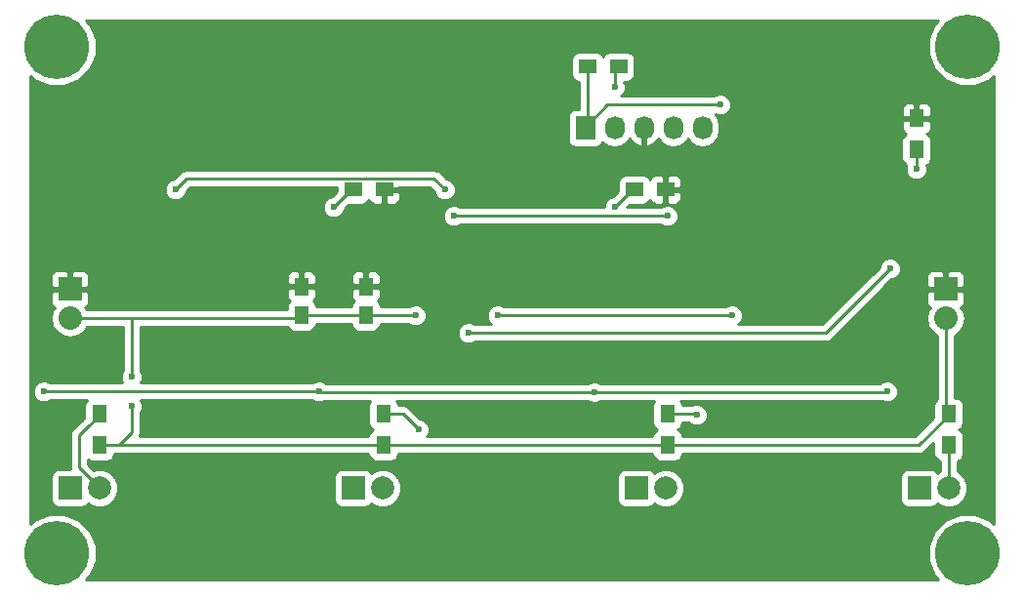
<source format=gbr>
G04 #@! TF.FileFunction,Copper,L2,Bot,Signal*
%FSLAX46Y46*%
G04 Gerber Fmt 4.6, Leading zero omitted, Abs format (unit mm)*
G04 Created by KiCad (PCBNEW 4.0.7) date Wednesday, July 11, 2018 'PMt' 04:07:28 PM*
%MOMM*%
%LPD*%
G01*
G04 APERTURE LIST*
%ADD10C,0.100000*%
%ADD11R,1.250000X1.500000*%
%ADD12R,2.000000X2.000000*%
%ADD13C,2.000000*%
%ADD14R,2.032000X2.032000*%
%ADD15O,2.032000X2.032000*%
%ADD16R,1.727200X2.032000*%
%ADD17O,1.727200X2.032000*%
%ADD18R,1.500000X1.300000*%
%ADD19R,1.300000X1.500000*%
%ADD20C,5.600000*%
%ADD21C,0.600000*%
%ADD22C,0.250000*%
%ADD23C,0.254000*%
G04 APERTURE END LIST*
D10*
D11*
X67310000Y-101326000D03*
X67310000Y-98826000D03*
X61722000Y-101326000D03*
X61722000Y-98826000D03*
D12*
X41656000Y-116332000D03*
D13*
X44196000Y-116332000D03*
D12*
X66209333Y-116332000D03*
D13*
X68749333Y-116332000D03*
D12*
X90762666Y-116332000D03*
D13*
X93302666Y-116332000D03*
D12*
X115315999Y-116332000D03*
D13*
X117855999Y-116332000D03*
D14*
X41656000Y-99060000D03*
D15*
X41656000Y-101600000D03*
D16*
X86360000Y-85090000D03*
D17*
X88900000Y-85090000D03*
X91440000Y-85090000D03*
X93980000Y-85090000D03*
X96520000Y-85090000D03*
D14*
X117602000Y-99060000D03*
D15*
X117602000Y-101600000D03*
D18*
X89234000Y-79756000D03*
X86534000Y-79756000D03*
D19*
X44196000Y-112602000D03*
X44196000Y-109902000D03*
X68834000Y-112602000D03*
X68834000Y-109902000D03*
X93472000Y-112602000D03*
X93472000Y-109902000D03*
X117856000Y-109902000D03*
X117856000Y-112602000D03*
D18*
X93298000Y-90424000D03*
X90598000Y-90424000D03*
X68914000Y-90424000D03*
X66214000Y-90424000D03*
D19*
X115062000Y-84248000D03*
X115062000Y-86948000D03*
D20*
X40500000Y-78000000D03*
X40500000Y-122000000D03*
X119500000Y-78000000D03*
X119500000Y-122000000D03*
D21*
X88900000Y-81534000D03*
X71628000Y-101346000D03*
X46990000Y-109220000D03*
X46990000Y-106680000D03*
X85344000Y-109982000D03*
X61722000Y-109728000D03*
X71882000Y-111252000D03*
X96012000Y-109982000D03*
X50800000Y-90424000D03*
X74168000Y-90424000D03*
X64516000Y-91948000D03*
X88900000Y-91948000D03*
X93472000Y-92710000D03*
X74930000Y-92710000D03*
X115062000Y-88646000D03*
X76200000Y-102870000D03*
X112776000Y-97282000D03*
X98044000Y-83058000D03*
X99060000Y-101346000D03*
X78740000Y-101346000D03*
X39370000Y-107950000D03*
X63246000Y-107950000D03*
X87122000Y-108016000D03*
X112522000Y-107950000D03*
D22*
X88900000Y-81534000D02*
X88900000Y-80090000D01*
X88900000Y-80090000D02*
X89234000Y-79756000D01*
X67310000Y-101326000D02*
X71608000Y-101326000D01*
X71608000Y-101326000D02*
X71628000Y-101346000D01*
X117602000Y-101600000D02*
X117602000Y-109648000D01*
X117602000Y-109648000D02*
X117856000Y-109902000D01*
X93472000Y-112602000D02*
X115256000Y-112602000D01*
X115256000Y-112602000D02*
X117856000Y-110002000D01*
X117856000Y-110002000D02*
X117856000Y-109902000D01*
X68834000Y-112602000D02*
X93472000Y-112602000D01*
X45894000Y-112602000D02*
X68834000Y-112602000D01*
X46990000Y-111506000D02*
X45894000Y-112602000D01*
X45894000Y-112602000D02*
X44196000Y-112602000D01*
X46990000Y-109220000D02*
X46990000Y-111506000D01*
X46990000Y-101600000D02*
X61448000Y-101600000D01*
X41656000Y-101600000D02*
X46990000Y-101600000D01*
X46990000Y-101600000D02*
X46990000Y-106680000D01*
X61722000Y-101326000D02*
X67310000Y-101326000D01*
X61448000Y-101600000D02*
X61722000Y-101326000D01*
X85344000Y-109982000D02*
X85344000Y-110406264D01*
X42418000Y-111760000D02*
X42418000Y-114554000D01*
X42418000Y-114554000D02*
X44196000Y-116332000D01*
X43180000Y-110998000D02*
X42418000Y-111760000D01*
X43200000Y-110998000D02*
X43180000Y-110998000D01*
X44196000Y-109902000D02*
X44196000Y-110002000D01*
X44196000Y-110002000D02*
X43200000Y-110998000D01*
X68834000Y-109902000D02*
X70532000Y-109902000D01*
X70532000Y-109902000D02*
X71882000Y-111252000D01*
X93472000Y-109902000D02*
X95932000Y-109902000D01*
X95932000Y-109902000D02*
X96012000Y-109982000D01*
X117856000Y-112602000D02*
X117855999Y-114917787D01*
X117855999Y-114917787D02*
X117855999Y-116332000D01*
X74168000Y-90424000D02*
X73192999Y-89448999D01*
X73192999Y-89448999D02*
X51775001Y-89448999D01*
X51775001Y-89448999D02*
X50800000Y-90424000D01*
X66214000Y-90424000D02*
X66040000Y-90424000D01*
X66040000Y-90424000D02*
X64516000Y-91948000D01*
X90598000Y-90424000D02*
X90424000Y-90424000D01*
X90424000Y-90424000D02*
X88900000Y-91948000D01*
X74930000Y-92710000D02*
X93472000Y-92710000D01*
X115062000Y-88646000D02*
X115062000Y-86948000D01*
X112776000Y-97282000D02*
X107188000Y-102870000D01*
X107188000Y-102870000D02*
X76200000Y-102870000D01*
X86534000Y-79756000D02*
X86534000Y-84916000D01*
X86534000Y-84916000D02*
X86360000Y-85090000D01*
X98044000Y-83058000D02*
X88239600Y-83058000D01*
X88239600Y-83058000D02*
X86360000Y-84937600D01*
X86360000Y-84937600D02*
X86360000Y-85090000D01*
X78740000Y-101346000D02*
X99060000Y-101346000D01*
X63246000Y-107950000D02*
X39370000Y-107950000D01*
X63312000Y-108016000D02*
X63246000Y-107950000D01*
X87122000Y-108016000D02*
X112456000Y-108016000D01*
X112456000Y-108016000D02*
X112522000Y-107950000D01*
X87122000Y-108016000D02*
X63312000Y-108016000D01*
D23*
G36*
X116589646Y-76051688D02*
X116065597Y-77313739D01*
X116064405Y-78680266D01*
X116586250Y-79943229D01*
X117551688Y-80910354D01*
X118813739Y-81434403D01*
X120180266Y-81435595D01*
X121443229Y-80913750D01*
X121790000Y-80567584D01*
X121790000Y-119431931D01*
X121448312Y-119089646D01*
X120186261Y-118565597D01*
X118819734Y-118564405D01*
X117556771Y-119086250D01*
X116589646Y-120051688D01*
X116065597Y-121313739D01*
X116064405Y-122680266D01*
X116586250Y-123943229D01*
X116932416Y-124290000D01*
X43068069Y-124290000D01*
X43410354Y-123948312D01*
X43934403Y-122686261D01*
X43935595Y-121319734D01*
X43413750Y-120056771D01*
X42448312Y-119089646D01*
X41186261Y-118565597D01*
X39819734Y-118564405D01*
X38556771Y-119086250D01*
X38210000Y-119432416D01*
X38210000Y-108135167D01*
X38434838Y-108135167D01*
X38576883Y-108478943D01*
X38839673Y-108742192D01*
X39183201Y-108884838D01*
X39555167Y-108885162D01*
X39898943Y-108743117D01*
X39932118Y-108710000D01*
X43079466Y-108710000D01*
X42949569Y-108900110D01*
X42898560Y-109152000D01*
X42898560Y-110224638D01*
X42702872Y-110420326D01*
X42642599Y-110460599D01*
X41880599Y-111222599D01*
X41715852Y-111469161D01*
X41658000Y-111760000D01*
X41658000Y-114554000D01*
X41683970Y-114684560D01*
X40656000Y-114684560D01*
X40420683Y-114728838D01*
X40204559Y-114867910D01*
X40059569Y-115080110D01*
X40008560Y-115332000D01*
X40008560Y-117332000D01*
X40052838Y-117567317D01*
X40191910Y-117783441D01*
X40404110Y-117928431D01*
X40656000Y-117979440D01*
X42656000Y-117979440D01*
X42891317Y-117935162D01*
X43107441Y-117796090D01*
X43204910Y-117653439D01*
X43268637Y-117717278D01*
X43869352Y-117966716D01*
X44519795Y-117967284D01*
X45120943Y-117718894D01*
X45581278Y-117259363D01*
X45830716Y-116658648D01*
X45831284Y-116008205D01*
X45582894Y-115407057D01*
X45507969Y-115332000D01*
X64561893Y-115332000D01*
X64561893Y-117332000D01*
X64606171Y-117567317D01*
X64745243Y-117783441D01*
X64957443Y-117928431D01*
X65209333Y-117979440D01*
X67209333Y-117979440D01*
X67444650Y-117935162D01*
X67660774Y-117796090D01*
X67758243Y-117653439D01*
X67821970Y-117717278D01*
X68422685Y-117966716D01*
X69073128Y-117967284D01*
X69674276Y-117718894D01*
X70134611Y-117259363D01*
X70384049Y-116658648D01*
X70384617Y-116008205D01*
X70136227Y-115407057D01*
X70061302Y-115332000D01*
X89115226Y-115332000D01*
X89115226Y-117332000D01*
X89159504Y-117567317D01*
X89298576Y-117783441D01*
X89510776Y-117928431D01*
X89762666Y-117979440D01*
X91762666Y-117979440D01*
X91997983Y-117935162D01*
X92214107Y-117796090D01*
X92311576Y-117653439D01*
X92375303Y-117717278D01*
X92976018Y-117966716D01*
X93626461Y-117967284D01*
X94227609Y-117718894D01*
X94687944Y-117259363D01*
X94937382Y-116658648D01*
X94937950Y-116008205D01*
X94689560Y-115407057D01*
X94230029Y-114946722D01*
X93629314Y-114697284D01*
X92978871Y-114696716D01*
X92377723Y-114945106D01*
X92311092Y-115011621D01*
X92226756Y-114880559D01*
X92014556Y-114735569D01*
X91762666Y-114684560D01*
X89762666Y-114684560D01*
X89527349Y-114728838D01*
X89311225Y-114867910D01*
X89166235Y-115080110D01*
X89115226Y-115332000D01*
X70061302Y-115332000D01*
X69676696Y-114946722D01*
X69075981Y-114697284D01*
X68425538Y-114696716D01*
X67824390Y-114945106D01*
X67757759Y-115011621D01*
X67673423Y-114880559D01*
X67461223Y-114735569D01*
X67209333Y-114684560D01*
X65209333Y-114684560D01*
X64974016Y-114728838D01*
X64757892Y-114867910D01*
X64612902Y-115080110D01*
X64561893Y-115332000D01*
X45507969Y-115332000D01*
X45123363Y-114946722D01*
X44522648Y-114697284D01*
X43872205Y-114696716D01*
X43704721Y-114765919D01*
X43178000Y-114239198D01*
X43178000Y-113869096D01*
X43294110Y-113948431D01*
X43546000Y-113999440D01*
X44846000Y-113999440D01*
X45081317Y-113955162D01*
X45297441Y-113816090D01*
X45442431Y-113603890D01*
X45491415Y-113362000D01*
X67538442Y-113362000D01*
X67580838Y-113587317D01*
X67719910Y-113803441D01*
X67932110Y-113948431D01*
X68184000Y-113999440D01*
X69484000Y-113999440D01*
X69719317Y-113955162D01*
X69935441Y-113816090D01*
X70080431Y-113603890D01*
X70129415Y-113362000D01*
X92176442Y-113362000D01*
X92218838Y-113587317D01*
X92357910Y-113803441D01*
X92570110Y-113948431D01*
X92822000Y-113999440D01*
X94122000Y-113999440D01*
X94357317Y-113955162D01*
X94573441Y-113816090D01*
X94718431Y-113603890D01*
X94767415Y-113362000D01*
X115256000Y-113362000D01*
X115546839Y-113304148D01*
X115793401Y-113139401D01*
X116558560Y-112374242D01*
X116558560Y-113352000D01*
X116602838Y-113587317D01*
X116741910Y-113803441D01*
X116954110Y-113948431D01*
X117095999Y-113977164D01*
X117095999Y-114876953D01*
X116931056Y-114945106D01*
X116864425Y-115011621D01*
X116780089Y-114880559D01*
X116567889Y-114735569D01*
X116315999Y-114684560D01*
X114315999Y-114684560D01*
X114080682Y-114728838D01*
X113864558Y-114867910D01*
X113719568Y-115080110D01*
X113668559Y-115332000D01*
X113668559Y-117332000D01*
X113712837Y-117567317D01*
X113851909Y-117783441D01*
X114064109Y-117928431D01*
X114315999Y-117979440D01*
X116315999Y-117979440D01*
X116551316Y-117935162D01*
X116767440Y-117796090D01*
X116864909Y-117653439D01*
X116928636Y-117717278D01*
X117529351Y-117966716D01*
X118179794Y-117967284D01*
X118780942Y-117718894D01*
X119241277Y-117259363D01*
X119490715Y-116658648D01*
X119491283Y-116008205D01*
X119242893Y-115407057D01*
X118783362Y-114946722D01*
X118615999Y-114877227D01*
X118615999Y-113978742D01*
X118741317Y-113955162D01*
X118957441Y-113816090D01*
X119102431Y-113603890D01*
X119153440Y-113352000D01*
X119153440Y-111852000D01*
X119109162Y-111616683D01*
X118970090Y-111400559D01*
X118757890Y-111255569D01*
X118744803Y-111252919D01*
X118957441Y-111116090D01*
X119102431Y-110903890D01*
X119153440Y-110652000D01*
X119153440Y-109152000D01*
X119109162Y-108916683D01*
X118970090Y-108700559D01*
X118757890Y-108555569D01*
X118506000Y-108504560D01*
X118362000Y-108504560D01*
X118362000Y-103061283D01*
X118801778Y-102767433D01*
X119159670Y-102231810D01*
X119285345Y-101600000D01*
X119159670Y-100968190D01*
X118935034Y-100631999D01*
X118977698Y-100614327D01*
X119156327Y-100435699D01*
X119253000Y-100202310D01*
X119253000Y-99345750D01*
X119094250Y-99187000D01*
X117729000Y-99187000D01*
X117729000Y-99207000D01*
X117475000Y-99207000D01*
X117475000Y-99187000D01*
X116109750Y-99187000D01*
X115951000Y-99345750D01*
X115951000Y-100202310D01*
X116047673Y-100435699D01*
X116226302Y-100614327D01*
X116268966Y-100631999D01*
X116044330Y-100968190D01*
X115918655Y-101600000D01*
X116044330Y-102231810D01*
X116402222Y-102767433D01*
X116842000Y-103061283D01*
X116842000Y-108631643D01*
X116754559Y-108687910D01*
X116609569Y-108900110D01*
X116558560Y-109152000D01*
X116558560Y-110224638D01*
X114941198Y-111842000D01*
X94767558Y-111842000D01*
X94725162Y-111616683D01*
X94586090Y-111400559D01*
X94373890Y-111255569D01*
X94360803Y-111252919D01*
X94573441Y-111116090D01*
X94718431Y-110903890D01*
X94767415Y-110662000D01*
X95369677Y-110662000D01*
X95481673Y-110774192D01*
X95825201Y-110916838D01*
X96197167Y-110917162D01*
X96540943Y-110775117D01*
X96804192Y-110512327D01*
X96946838Y-110168799D01*
X96947162Y-109796833D01*
X96805117Y-109453057D01*
X96542327Y-109189808D01*
X96198799Y-109047162D01*
X95826833Y-109046838D01*
X95596523Y-109142000D01*
X94767558Y-109142000D01*
X94725162Y-108916683D01*
X94634635Y-108776000D01*
X112073091Y-108776000D01*
X112335201Y-108884838D01*
X112707167Y-108885162D01*
X113050943Y-108743117D01*
X113314192Y-108480327D01*
X113456838Y-108136799D01*
X113457162Y-107764833D01*
X113315117Y-107421057D01*
X113052327Y-107157808D01*
X112708799Y-107015162D01*
X112336833Y-107014838D01*
X111993057Y-107156883D01*
X111893767Y-107256000D01*
X87684463Y-107256000D01*
X87652327Y-107223808D01*
X87308799Y-107081162D01*
X86936833Y-107080838D01*
X86593057Y-107222883D01*
X86559882Y-107256000D01*
X63874348Y-107256000D01*
X63776327Y-107157808D01*
X63432799Y-107015162D01*
X63060833Y-107014838D01*
X62717057Y-107156883D01*
X62683882Y-107190000D01*
X47790633Y-107190000D01*
X47924838Y-106866799D01*
X47925162Y-106494833D01*
X47783117Y-106151057D01*
X47750000Y-106117882D01*
X47750000Y-103055167D01*
X75264838Y-103055167D01*
X75406883Y-103398943D01*
X75669673Y-103662192D01*
X76013201Y-103804838D01*
X76385167Y-103805162D01*
X76728943Y-103663117D01*
X76762118Y-103630000D01*
X107188000Y-103630000D01*
X107478839Y-103572148D01*
X107725401Y-103407401D01*
X112915680Y-98217122D01*
X112961167Y-98217162D01*
X113304943Y-98075117D01*
X113462644Y-97917690D01*
X115951000Y-97917690D01*
X115951000Y-98774250D01*
X116109750Y-98933000D01*
X117475000Y-98933000D01*
X117475000Y-97567750D01*
X117729000Y-97567750D01*
X117729000Y-98933000D01*
X119094250Y-98933000D01*
X119253000Y-98774250D01*
X119253000Y-97917690D01*
X119156327Y-97684301D01*
X118977698Y-97505673D01*
X118744309Y-97409000D01*
X117887750Y-97409000D01*
X117729000Y-97567750D01*
X117475000Y-97567750D01*
X117316250Y-97409000D01*
X116459691Y-97409000D01*
X116226302Y-97505673D01*
X116047673Y-97684301D01*
X115951000Y-97917690D01*
X113462644Y-97917690D01*
X113568192Y-97812327D01*
X113710838Y-97468799D01*
X113711162Y-97096833D01*
X113569117Y-96753057D01*
X113306327Y-96489808D01*
X112962799Y-96347162D01*
X112590833Y-96346838D01*
X112247057Y-96488883D01*
X111983808Y-96751673D01*
X111841162Y-97095201D01*
X111841121Y-97142077D01*
X106873198Y-102110000D01*
X99618111Y-102110000D01*
X99852192Y-101876327D01*
X99994838Y-101532799D01*
X99995162Y-101160833D01*
X99853117Y-100817057D01*
X99590327Y-100553808D01*
X99246799Y-100411162D01*
X98874833Y-100410838D01*
X98531057Y-100552883D01*
X98497882Y-100586000D01*
X79302463Y-100586000D01*
X79270327Y-100553808D01*
X78926799Y-100411162D01*
X78554833Y-100410838D01*
X78211057Y-100552883D01*
X77947808Y-100815673D01*
X77805162Y-101159201D01*
X77804838Y-101531167D01*
X77946883Y-101874943D01*
X78181530Y-102110000D01*
X76762463Y-102110000D01*
X76730327Y-102077808D01*
X76386799Y-101935162D01*
X76014833Y-101934838D01*
X75671057Y-102076883D01*
X75407808Y-102339673D01*
X75265162Y-102683201D01*
X75264838Y-103055167D01*
X47750000Y-103055167D01*
X47750000Y-102360000D01*
X60525165Y-102360000D01*
X60632910Y-102527441D01*
X60845110Y-102672431D01*
X61097000Y-102723440D01*
X62347000Y-102723440D01*
X62582317Y-102679162D01*
X62798441Y-102540090D01*
X62943431Y-102327890D01*
X62992415Y-102086000D01*
X66039442Y-102086000D01*
X66081838Y-102311317D01*
X66220910Y-102527441D01*
X66433110Y-102672431D01*
X66685000Y-102723440D01*
X67935000Y-102723440D01*
X68170317Y-102679162D01*
X68386441Y-102540090D01*
X68531431Y-102327890D01*
X68580415Y-102086000D01*
X71045572Y-102086000D01*
X71097673Y-102138192D01*
X71441201Y-102280838D01*
X71813167Y-102281162D01*
X72156943Y-102139117D01*
X72420192Y-101876327D01*
X72562838Y-101532799D01*
X72563162Y-101160833D01*
X72421117Y-100817057D01*
X72158327Y-100553808D01*
X71814799Y-100411162D01*
X71442833Y-100410838D01*
X71099057Y-100552883D01*
X71085917Y-100566000D01*
X68580558Y-100566000D01*
X68538162Y-100340683D01*
X68399090Y-100124559D01*
X68330994Y-100078031D01*
X68473327Y-99935698D01*
X68570000Y-99702309D01*
X68570000Y-99111750D01*
X68411250Y-98953000D01*
X67437000Y-98953000D01*
X67437000Y-98973000D01*
X67183000Y-98973000D01*
X67183000Y-98953000D01*
X66208750Y-98953000D01*
X66050000Y-99111750D01*
X66050000Y-99702309D01*
X66146673Y-99935698D01*
X66287910Y-100076936D01*
X66233559Y-100111910D01*
X66088569Y-100324110D01*
X66039585Y-100566000D01*
X62992558Y-100566000D01*
X62950162Y-100340683D01*
X62811090Y-100124559D01*
X62742994Y-100078031D01*
X62885327Y-99935698D01*
X62982000Y-99702309D01*
X62982000Y-99111750D01*
X62823250Y-98953000D01*
X61849000Y-98953000D01*
X61849000Y-98973000D01*
X61595000Y-98973000D01*
X61595000Y-98953000D01*
X60620750Y-98953000D01*
X60462000Y-99111750D01*
X60462000Y-99702309D01*
X60558673Y-99935698D01*
X60699910Y-100076936D01*
X60645559Y-100111910D01*
X60500569Y-100324110D01*
X60449560Y-100576000D01*
X60449560Y-100840000D01*
X43128016Y-100840000D01*
X42989034Y-100631999D01*
X43031698Y-100614327D01*
X43210327Y-100435699D01*
X43307000Y-100202310D01*
X43307000Y-99345750D01*
X43148250Y-99187000D01*
X41783000Y-99187000D01*
X41783000Y-99207000D01*
X41529000Y-99207000D01*
X41529000Y-99187000D01*
X40163750Y-99187000D01*
X40005000Y-99345750D01*
X40005000Y-100202310D01*
X40101673Y-100435699D01*
X40280302Y-100614327D01*
X40322966Y-100631999D01*
X40098330Y-100968190D01*
X39972655Y-101600000D01*
X40098330Y-102231810D01*
X40456222Y-102767433D01*
X40991845Y-103125325D01*
X41623655Y-103251000D01*
X41688345Y-103251000D01*
X42320155Y-103125325D01*
X42855778Y-102767433D01*
X43128016Y-102360000D01*
X46230000Y-102360000D01*
X46230000Y-106117537D01*
X46197808Y-106149673D01*
X46055162Y-106493201D01*
X46054838Y-106865167D01*
X46189056Y-107190000D01*
X39932463Y-107190000D01*
X39900327Y-107157808D01*
X39556799Y-107015162D01*
X39184833Y-107014838D01*
X38841057Y-107156883D01*
X38577808Y-107419673D01*
X38435162Y-107763201D01*
X38434838Y-108135167D01*
X38210000Y-108135167D01*
X38210000Y-97917690D01*
X40005000Y-97917690D01*
X40005000Y-98774250D01*
X40163750Y-98933000D01*
X41529000Y-98933000D01*
X41529000Y-97567750D01*
X41783000Y-97567750D01*
X41783000Y-98933000D01*
X43148250Y-98933000D01*
X43307000Y-98774250D01*
X43307000Y-97949691D01*
X60462000Y-97949691D01*
X60462000Y-98540250D01*
X60620750Y-98699000D01*
X61595000Y-98699000D01*
X61595000Y-97599750D01*
X61849000Y-97599750D01*
X61849000Y-98699000D01*
X62823250Y-98699000D01*
X62982000Y-98540250D01*
X62982000Y-97949691D01*
X66050000Y-97949691D01*
X66050000Y-98540250D01*
X66208750Y-98699000D01*
X67183000Y-98699000D01*
X67183000Y-97599750D01*
X67437000Y-97599750D01*
X67437000Y-98699000D01*
X68411250Y-98699000D01*
X68570000Y-98540250D01*
X68570000Y-97949691D01*
X68473327Y-97716302D01*
X68294699Y-97537673D01*
X68061310Y-97441000D01*
X67595750Y-97441000D01*
X67437000Y-97599750D01*
X67183000Y-97599750D01*
X67024250Y-97441000D01*
X66558690Y-97441000D01*
X66325301Y-97537673D01*
X66146673Y-97716302D01*
X66050000Y-97949691D01*
X62982000Y-97949691D01*
X62885327Y-97716302D01*
X62706699Y-97537673D01*
X62473310Y-97441000D01*
X62007750Y-97441000D01*
X61849000Y-97599750D01*
X61595000Y-97599750D01*
X61436250Y-97441000D01*
X60970690Y-97441000D01*
X60737301Y-97537673D01*
X60558673Y-97716302D01*
X60462000Y-97949691D01*
X43307000Y-97949691D01*
X43307000Y-97917690D01*
X43210327Y-97684301D01*
X43031698Y-97505673D01*
X42798309Y-97409000D01*
X41941750Y-97409000D01*
X41783000Y-97567750D01*
X41529000Y-97567750D01*
X41370250Y-97409000D01*
X40513691Y-97409000D01*
X40280302Y-97505673D01*
X40101673Y-97684301D01*
X40005000Y-97917690D01*
X38210000Y-97917690D01*
X38210000Y-92895167D01*
X73994838Y-92895167D01*
X74136883Y-93238943D01*
X74399673Y-93502192D01*
X74743201Y-93644838D01*
X75115167Y-93645162D01*
X75458943Y-93503117D01*
X75492118Y-93470000D01*
X92909537Y-93470000D01*
X92941673Y-93502192D01*
X93285201Y-93644838D01*
X93657167Y-93645162D01*
X94000943Y-93503117D01*
X94264192Y-93240327D01*
X94406838Y-92896799D01*
X94407162Y-92524833D01*
X94265117Y-92181057D01*
X94002327Y-91917808D01*
X93658799Y-91775162D01*
X93286833Y-91774838D01*
X92943057Y-91916883D01*
X92909882Y-91950000D01*
X89972802Y-91950000D01*
X90201362Y-91721440D01*
X91348000Y-91721440D01*
X91583317Y-91677162D01*
X91799441Y-91538090D01*
X91944431Y-91325890D01*
X91951191Y-91292510D01*
X92009673Y-91433699D01*
X92188302Y-91612327D01*
X92421691Y-91709000D01*
X93012250Y-91709000D01*
X93171000Y-91550250D01*
X93171000Y-90551000D01*
X93425000Y-90551000D01*
X93425000Y-91550250D01*
X93583750Y-91709000D01*
X94174309Y-91709000D01*
X94407698Y-91612327D01*
X94586327Y-91433699D01*
X94683000Y-91200310D01*
X94683000Y-90709750D01*
X94524250Y-90551000D01*
X93425000Y-90551000D01*
X93171000Y-90551000D01*
X93151000Y-90551000D01*
X93151000Y-90297000D01*
X93171000Y-90297000D01*
X93171000Y-89297750D01*
X93425000Y-89297750D01*
X93425000Y-90297000D01*
X94524250Y-90297000D01*
X94683000Y-90138250D01*
X94683000Y-89647690D01*
X94586327Y-89414301D01*
X94407698Y-89235673D01*
X94174309Y-89139000D01*
X93583750Y-89139000D01*
X93425000Y-89297750D01*
X93171000Y-89297750D01*
X93012250Y-89139000D01*
X92421691Y-89139000D01*
X92188302Y-89235673D01*
X92009673Y-89414301D01*
X91953346Y-89550287D01*
X91951162Y-89538683D01*
X91812090Y-89322559D01*
X91599890Y-89177569D01*
X91348000Y-89126560D01*
X89848000Y-89126560D01*
X89612683Y-89170838D01*
X89396559Y-89309910D01*
X89251569Y-89522110D01*
X89200560Y-89774000D01*
X89200560Y-90572638D01*
X88760320Y-91012878D01*
X88714833Y-91012838D01*
X88371057Y-91154883D01*
X88107808Y-91417673D01*
X87965162Y-91761201D01*
X87964998Y-91950000D01*
X75492463Y-91950000D01*
X75460327Y-91917808D01*
X75116799Y-91775162D01*
X74744833Y-91774838D01*
X74401057Y-91916883D01*
X74137808Y-92179673D01*
X73995162Y-92523201D01*
X73994838Y-92895167D01*
X38210000Y-92895167D01*
X38210000Y-90609167D01*
X49864838Y-90609167D01*
X50006883Y-90952943D01*
X50269673Y-91216192D01*
X50613201Y-91358838D01*
X50985167Y-91359162D01*
X51328943Y-91217117D01*
X51592192Y-90954327D01*
X51734838Y-90610799D01*
X51734879Y-90563923D01*
X52089803Y-90208999D01*
X64816560Y-90208999D01*
X64816560Y-90572638D01*
X64376320Y-91012878D01*
X64330833Y-91012838D01*
X63987057Y-91154883D01*
X63723808Y-91417673D01*
X63581162Y-91761201D01*
X63580838Y-92133167D01*
X63722883Y-92476943D01*
X63985673Y-92740192D01*
X64329201Y-92882838D01*
X64701167Y-92883162D01*
X65044943Y-92741117D01*
X65308192Y-92478327D01*
X65450838Y-92134799D01*
X65450879Y-92087923D01*
X65817362Y-91721440D01*
X66964000Y-91721440D01*
X67199317Y-91677162D01*
X67415441Y-91538090D01*
X67560431Y-91325890D01*
X67567191Y-91292510D01*
X67625673Y-91433699D01*
X67804302Y-91612327D01*
X68037691Y-91709000D01*
X68628250Y-91709000D01*
X68787000Y-91550250D01*
X68787000Y-90551000D01*
X69041000Y-90551000D01*
X69041000Y-91550250D01*
X69199750Y-91709000D01*
X69790309Y-91709000D01*
X70023698Y-91612327D01*
X70202327Y-91433699D01*
X70299000Y-91200310D01*
X70299000Y-90709750D01*
X70140250Y-90551000D01*
X69041000Y-90551000D01*
X68787000Y-90551000D01*
X68767000Y-90551000D01*
X68767000Y-90297000D01*
X68787000Y-90297000D01*
X68787000Y-90277000D01*
X69041000Y-90277000D01*
X69041000Y-90297000D01*
X70140250Y-90297000D01*
X70228251Y-90208999D01*
X72878197Y-90208999D01*
X73232878Y-90563680D01*
X73232838Y-90609167D01*
X73374883Y-90952943D01*
X73637673Y-91216192D01*
X73981201Y-91358838D01*
X74353167Y-91359162D01*
X74696943Y-91217117D01*
X74960192Y-90954327D01*
X75102838Y-90610799D01*
X75103162Y-90238833D01*
X74961117Y-89895057D01*
X74698327Y-89631808D01*
X74354799Y-89489162D01*
X74307923Y-89489121D01*
X73730400Y-88911598D01*
X73483838Y-88746851D01*
X73192999Y-88688999D01*
X51775001Y-88688999D01*
X51484162Y-88746851D01*
X51237600Y-88911598D01*
X50660320Y-89488878D01*
X50614833Y-89488838D01*
X50271057Y-89630883D01*
X50007808Y-89893673D01*
X49865162Y-90237201D01*
X49864838Y-90609167D01*
X38210000Y-90609167D01*
X38210000Y-84074000D01*
X84848960Y-84074000D01*
X84848960Y-86106000D01*
X84893238Y-86341317D01*
X85032310Y-86557441D01*
X85244510Y-86702431D01*
X85496400Y-86753440D01*
X87223600Y-86753440D01*
X87458917Y-86709162D01*
X87675041Y-86570090D01*
X87820031Y-86357890D01*
X87828400Y-86316561D01*
X87840330Y-86334415D01*
X88326511Y-86659271D01*
X88900000Y-86773345D01*
X89473489Y-86659271D01*
X89959670Y-86334415D01*
X90166461Y-86024931D01*
X90537964Y-86440732D01*
X91065209Y-86694709D01*
X91080974Y-86697358D01*
X91313000Y-86576217D01*
X91313000Y-85217000D01*
X91293000Y-85217000D01*
X91293000Y-84963000D01*
X91313000Y-84963000D01*
X91313000Y-84943000D01*
X91567000Y-84943000D01*
X91567000Y-84963000D01*
X91587000Y-84963000D01*
X91587000Y-85217000D01*
X91567000Y-85217000D01*
X91567000Y-86576217D01*
X91799026Y-86697358D01*
X91814791Y-86694709D01*
X92342036Y-86440732D01*
X92713539Y-86024931D01*
X92920330Y-86334415D01*
X93406511Y-86659271D01*
X93980000Y-86773345D01*
X94553489Y-86659271D01*
X95039670Y-86334415D01*
X95250000Y-86019634D01*
X95460330Y-86334415D01*
X95946511Y-86659271D01*
X96520000Y-86773345D01*
X97093489Y-86659271D01*
X97579670Y-86334415D01*
X97670819Y-86198000D01*
X113764560Y-86198000D01*
X113764560Y-87698000D01*
X113808838Y-87933317D01*
X113947910Y-88149441D01*
X114160110Y-88294431D01*
X114192830Y-88301057D01*
X114127162Y-88459201D01*
X114126838Y-88831167D01*
X114268883Y-89174943D01*
X114531673Y-89438192D01*
X114875201Y-89580838D01*
X115247167Y-89581162D01*
X115590943Y-89439117D01*
X115854192Y-89176327D01*
X115996838Y-88832799D01*
X115997162Y-88460833D01*
X115932351Y-88303978D01*
X115947317Y-88301162D01*
X116163441Y-88162090D01*
X116308431Y-87949890D01*
X116359440Y-87698000D01*
X116359440Y-86198000D01*
X116315162Y-85962683D01*
X116176090Y-85746559D01*
X115963890Y-85601569D01*
X115930510Y-85594809D01*
X116071699Y-85536327D01*
X116250327Y-85357698D01*
X116347000Y-85124309D01*
X116347000Y-84533750D01*
X116188250Y-84375000D01*
X115189000Y-84375000D01*
X115189000Y-84395000D01*
X114935000Y-84395000D01*
X114935000Y-84375000D01*
X113935750Y-84375000D01*
X113777000Y-84533750D01*
X113777000Y-85124309D01*
X113873673Y-85357698D01*
X114052301Y-85536327D01*
X114188287Y-85592654D01*
X114176683Y-85594838D01*
X113960559Y-85733910D01*
X113815569Y-85946110D01*
X113764560Y-86198000D01*
X97670819Y-86198000D01*
X97904526Y-85848234D01*
X98018600Y-85274745D01*
X98018600Y-84905255D01*
X97904526Y-84331766D01*
X97609273Y-83889889D01*
X97857201Y-83992838D01*
X98229167Y-83993162D01*
X98572943Y-83851117D01*
X98836192Y-83588327D01*
X98926147Y-83371691D01*
X113777000Y-83371691D01*
X113777000Y-83962250D01*
X113935750Y-84121000D01*
X114935000Y-84121000D01*
X114935000Y-83021750D01*
X115189000Y-83021750D01*
X115189000Y-84121000D01*
X116188250Y-84121000D01*
X116347000Y-83962250D01*
X116347000Y-83371691D01*
X116250327Y-83138302D01*
X116071699Y-82959673D01*
X115838310Y-82863000D01*
X115347750Y-82863000D01*
X115189000Y-83021750D01*
X114935000Y-83021750D01*
X114776250Y-82863000D01*
X114285690Y-82863000D01*
X114052301Y-82959673D01*
X113873673Y-83138302D01*
X113777000Y-83371691D01*
X98926147Y-83371691D01*
X98978838Y-83244799D01*
X98979162Y-82872833D01*
X98837117Y-82529057D01*
X98574327Y-82265808D01*
X98230799Y-82123162D01*
X97858833Y-82122838D01*
X97515057Y-82264883D01*
X97481882Y-82298000D01*
X89458111Y-82298000D01*
X89692192Y-82064327D01*
X89834838Y-81720799D01*
X89835162Y-81348833D01*
X89713108Y-81053440D01*
X89984000Y-81053440D01*
X90219317Y-81009162D01*
X90435441Y-80870090D01*
X90580431Y-80657890D01*
X90631440Y-80406000D01*
X90631440Y-79106000D01*
X90587162Y-78870683D01*
X90448090Y-78654559D01*
X90235890Y-78509569D01*
X89984000Y-78458560D01*
X88484000Y-78458560D01*
X88248683Y-78502838D01*
X88032559Y-78641910D01*
X87887569Y-78854110D01*
X87884919Y-78867197D01*
X87748090Y-78654559D01*
X87535890Y-78509569D01*
X87284000Y-78458560D01*
X85784000Y-78458560D01*
X85548683Y-78502838D01*
X85332559Y-78641910D01*
X85187569Y-78854110D01*
X85136560Y-79106000D01*
X85136560Y-80406000D01*
X85180838Y-80641317D01*
X85319910Y-80857441D01*
X85532110Y-81002431D01*
X85774000Y-81051415D01*
X85774000Y-83426560D01*
X85496400Y-83426560D01*
X85261083Y-83470838D01*
X85044959Y-83609910D01*
X84899969Y-83822110D01*
X84848960Y-84074000D01*
X38210000Y-84074000D01*
X38210000Y-80568069D01*
X38551688Y-80910354D01*
X39813739Y-81434403D01*
X41180266Y-81435595D01*
X42443229Y-80913750D01*
X43410354Y-79948312D01*
X43934403Y-78686261D01*
X43935595Y-77319734D01*
X43413750Y-76056771D01*
X43067584Y-75710000D01*
X116931931Y-75710000D01*
X116589646Y-76051688D01*
X116589646Y-76051688D01*
G37*
X116589646Y-76051688D02*
X116065597Y-77313739D01*
X116064405Y-78680266D01*
X116586250Y-79943229D01*
X117551688Y-80910354D01*
X118813739Y-81434403D01*
X120180266Y-81435595D01*
X121443229Y-80913750D01*
X121790000Y-80567584D01*
X121790000Y-119431931D01*
X121448312Y-119089646D01*
X120186261Y-118565597D01*
X118819734Y-118564405D01*
X117556771Y-119086250D01*
X116589646Y-120051688D01*
X116065597Y-121313739D01*
X116064405Y-122680266D01*
X116586250Y-123943229D01*
X116932416Y-124290000D01*
X43068069Y-124290000D01*
X43410354Y-123948312D01*
X43934403Y-122686261D01*
X43935595Y-121319734D01*
X43413750Y-120056771D01*
X42448312Y-119089646D01*
X41186261Y-118565597D01*
X39819734Y-118564405D01*
X38556771Y-119086250D01*
X38210000Y-119432416D01*
X38210000Y-108135167D01*
X38434838Y-108135167D01*
X38576883Y-108478943D01*
X38839673Y-108742192D01*
X39183201Y-108884838D01*
X39555167Y-108885162D01*
X39898943Y-108743117D01*
X39932118Y-108710000D01*
X43079466Y-108710000D01*
X42949569Y-108900110D01*
X42898560Y-109152000D01*
X42898560Y-110224638D01*
X42702872Y-110420326D01*
X42642599Y-110460599D01*
X41880599Y-111222599D01*
X41715852Y-111469161D01*
X41658000Y-111760000D01*
X41658000Y-114554000D01*
X41683970Y-114684560D01*
X40656000Y-114684560D01*
X40420683Y-114728838D01*
X40204559Y-114867910D01*
X40059569Y-115080110D01*
X40008560Y-115332000D01*
X40008560Y-117332000D01*
X40052838Y-117567317D01*
X40191910Y-117783441D01*
X40404110Y-117928431D01*
X40656000Y-117979440D01*
X42656000Y-117979440D01*
X42891317Y-117935162D01*
X43107441Y-117796090D01*
X43204910Y-117653439D01*
X43268637Y-117717278D01*
X43869352Y-117966716D01*
X44519795Y-117967284D01*
X45120943Y-117718894D01*
X45581278Y-117259363D01*
X45830716Y-116658648D01*
X45831284Y-116008205D01*
X45582894Y-115407057D01*
X45507969Y-115332000D01*
X64561893Y-115332000D01*
X64561893Y-117332000D01*
X64606171Y-117567317D01*
X64745243Y-117783441D01*
X64957443Y-117928431D01*
X65209333Y-117979440D01*
X67209333Y-117979440D01*
X67444650Y-117935162D01*
X67660774Y-117796090D01*
X67758243Y-117653439D01*
X67821970Y-117717278D01*
X68422685Y-117966716D01*
X69073128Y-117967284D01*
X69674276Y-117718894D01*
X70134611Y-117259363D01*
X70384049Y-116658648D01*
X70384617Y-116008205D01*
X70136227Y-115407057D01*
X70061302Y-115332000D01*
X89115226Y-115332000D01*
X89115226Y-117332000D01*
X89159504Y-117567317D01*
X89298576Y-117783441D01*
X89510776Y-117928431D01*
X89762666Y-117979440D01*
X91762666Y-117979440D01*
X91997983Y-117935162D01*
X92214107Y-117796090D01*
X92311576Y-117653439D01*
X92375303Y-117717278D01*
X92976018Y-117966716D01*
X93626461Y-117967284D01*
X94227609Y-117718894D01*
X94687944Y-117259363D01*
X94937382Y-116658648D01*
X94937950Y-116008205D01*
X94689560Y-115407057D01*
X94230029Y-114946722D01*
X93629314Y-114697284D01*
X92978871Y-114696716D01*
X92377723Y-114945106D01*
X92311092Y-115011621D01*
X92226756Y-114880559D01*
X92014556Y-114735569D01*
X91762666Y-114684560D01*
X89762666Y-114684560D01*
X89527349Y-114728838D01*
X89311225Y-114867910D01*
X89166235Y-115080110D01*
X89115226Y-115332000D01*
X70061302Y-115332000D01*
X69676696Y-114946722D01*
X69075981Y-114697284D01*
X68425538Y-114696716D01*
X67824390Y-114945106D01*
X67757759Y-115011621D01*
X67673423Y-114880559D01*
X67461223Y-114735569D01*
X67209333Y-114684560D01*
X65209333Y-114684560D01*
X64974016Y-114728838D01*
X64757892Y-114867910D01*
X64612902Y-115080110D01*
X64561893Y-115332000D01*
X45507969Y-115332000D01*
X45123363Y-114946722D01*
X44522648Y-114697284D01*
X43872205Y-114696716D01*
X43704721Y-114765919D01*
X43178000Y-114239198D01*
X43178000Y-113869096D01*
X43294110Y-113948431D01*
X43546000Y-113999440D01*
X44846000Y-113999440D01*
X45081317Y-113955162D01*
X45297441Y-113816090D01*
X45442431Y-113603890D01*
X45491415Y-113362000D01*
X67538442Y-113362000D01*
X67580838Y-113587317D01*
X67719910Y-113803441D01*
X67932110Y-113948431D01*
X68184000Y-113999440D01*
X69484000Y-113999440D01*
X69719317Y-113955162D01*
X69935441Y-113816090D01*
X70080431Y-113603890D01*
X70129415Y-113362000D01*
X92176442Y-113362000D01*
X92218838Y-113587317D01*
X92357910Y-113803441D01*
X92570110Y-113948431D01*
X92822000Y-113999440D01*
X94122000Y-113999440D01*
X94357317Y-113955162D01*
X94573441Y-113816090D01*
X94718431Y-113603890D01*
X94767415Y-113362000D01*
X115256000Y-113362000D01*
X115546839Y-113304148D01*
X115793401Y-113139401D01*
X116558560Y-112374242D01*
X116558560Y-113352000D01*
X116602838Y-113587317D01*
X116741910Y-113803441D01*
X116954110Y-113948431D01*
X117095999Y-113977164D01*
X117095999Y-114876953D01*
X116931056Y-114945106D01*
X116864425Y-115011621D01*
X116780089Y-114880559D01*
X116567889Y-114735569D01*
X116315999Y-114684560D01*
X114315999Y-114684560D01*
X114080682Y-114728838D01*
X113864558Y-114867910D01*
X113719568Y-115080110D01*
X113668559Y-115332000D01*
X113668559Y-117332000D01*
X113712837Y-117567317D01*
X113851909Y-117783441D01*
X114064109Y-117928431D01*
X114315999Y-117979440D01*
X116315999Y-117979440D01*
X116551316Y-117935162D01*
X116767440Y-117796090D01*
X116864909Y-117653439D01*
X116928636Y-117717278D01*
X117529351Y-117966716D01*
X118179794Y-117967284D01*
X118780942Y-117718894D01*
X119241277Y-117259363D01*
X119490715Y-116658648D01*
X119491283Y-116008205D01*
X119242893Y-115407057D01*
X118783362Y-114946722D01*
X118615999Y-114877227D01*
X118615999Y-113978742D01*
X118741317Y-113955162D01*
X118957441Y-113816090D01*
X119102431Y-113603890D01*
X119153440Y-113352000D01*
X119153440Y-111852000D01*
X119109162Y-111616683D01*
X118970090Y-111400559D01*
X118757890Y-111255569D01*
X118744803Y-111252919D01*
X118957441Y-111116090D01*
X119102431Y-110903890D01*
X119153440Y-110652000D01*
X119153440Y-109152000D01*
X119109162Y-108916683D01*
X118970090Y-108700559D01*
X118757890Y-108555569D01*
X118506000Y-108504560D01*
X118362000Y-108504560D01*
X118362000Y-103061283D01*
X118801778Y-102767433D01*
X119159670Y-102231810D01*
X119285345Y-101600000D01*
X119159670Y-100968190D01*
X118935034Y-100631999D01*
X118977698Y-100614327D01*
X119156327Y-100435699D01*
X119253000Y-100202310D01*
X119253000Y-99345750D01*
X119094250Y-99187000D01*
X117729000Y-99187000D01*
X117729000Y-99207000D01*
X117475000Y-99207000D01*
X117475000Y-99187000D01*
X116109750Y-99187000D01*
X115951000Y-99345750D01*
X115951000Y-100202310D01*
X116047673Y-100435699D01*
X116226302Y-100614327D01*
X116268966Y-100631999D01*
X116044330Y-100968190D01*
X115918655Y-101600000D01*
X116044330Y-102231810D01*
X116402222Y-102767433D01*
X116842000Y-103061283D01*
X116842000Y-108631643D01*
X116754559Y-108687910D01*
X116609569Y-108900110D01*
X116558560Y-109152000D01*
X116558560Y-110224638D01*
X114941198Y-111842000D01*
X94767558Y-111842000D01*
X94725162Y-111616683D01*
X94586090Y-111400559D01*
X94373890Y-111255569D01*
X94360803Y-111252919D01*
X94573441Y-111116090D01*
X94718431Y-110903890D01*
X94767415Y-110662000D01*
X95369677Y-110662000D01*
X95481673Y-110774192D01*
X95825201Y-110916838D01*
X96197167Y-110917162D01*
X96540943Y-110775117D01*
X96804192Y-110512327D01*
X96946838Y-110168799D01*
X96947162Y-109796833D01*
X96805117Y-109453057D01*
X96542327Y-109189808D01*
X96198799Y-109047162D01*
X95826833Y-109046838D01*
X95596523Y-109142000D01*
X94767558Y-109142000D01*
X94725162Y-108916683D01*
X94634635Y-108776000D01*
X112073091Y-108776000D01*
X112335201Y-108884838D01*
X112707167Y-108885162D01*
X113050943Y-108743117D01*
X113314192Y-108480327D01*
X113456838Y-108136799D01*
X113457162Y-107764833D01*
X113315117Y-107421057D01*
X113052327Y-107157808D01*
X112708799Y-107015162D01*
X112336833Y-107014838D01*
X111993057Y-107156883D01*
X111893767Y-107256000D01*
X87684463Y-107256000D01*
X87652327Y-107223808D01*
X87308799Y-107081162D01*
X86936833Y-107080838D01*
X86593057Y-107222883D01*
X86559882Y-107256000D01*
X63874348Y-107256000D01*
X63776327Y-107157808D01*
X63432799Y-107015162D01*
X63060833Y-107014838D01*
X62717057Y-107156883D01*
X62683882Y-107190000D01*
X47790633Y-107190000D01*
X47924838Y-106866799D01*
X47925162Y-106494833D01*
X47783117Y-106151057D01*
X47750000Y-106117882D01*
X47750000Y-103055167D01*
X75264838Y-103055167D01*
X75406883Y-103398943D01*
X75669673Y-103662192D01*
X76013201Y-103804838D01*
X76385167Y-103805162D01*
X76728943Y-103663117D01*
X76762118Y-103630000D01*
X107188000Y-103630000D01*
X107478839Y-103572148D01*
X107725401Y-103407401D01*
X112915680Y-98217122D01*
X112961167Y-98217162D01*
X113304943Y-98075117D01*
X113462644Y-97917690D01*
X115951000Y-97917690D01*
X115951000Y-98774250D01*
X116109750Y-98933000D01*
X117475000Y-98933000D01*
X117475000Y-97567750D01*
X117729000Y-97567750D01*
X117729000Y-98933000D01*
X119094250Y-98933000D01*
X119253000Y-98774250D01*
X119253000Y-97917690D01*
X119156327Y-97684301D01*
X118977698Y-97505673D01*
X118744309Y-97409000D01*
X117887750Y-97409000D01*
X117729000Y-97567750D01*
X117475000Y-97567750D01*
X117316250Y-97409000D01*
X116459691Y-97409000D01*
X116226302Y-97505673D01*
X116047673Y-97684301D01*
X115951000Y-97917690D01*
X113462644Y-97917690D01*
X113568192Y-97812327D01*
X113710838Y-97468799D01*
X113711162Y-97096833D01*
X113569117Y-96753057D01*
X113306327Y-96489808D01*
X112962799Y-96347162D01*
X112590833Y-96346838D01*
X112247057Y-96488883D01*
X111983808Y-96751673D01*
X111841162Y-97095201D01*
X111841121Y-97142077D01*
X106873198Y-102110000D01*
X99618111Y-102110000D01*
X99852192Y-101876327D01*
X99994838Y-101532799D01*
X99995162Y-101160833D01*
X99853117Y-100817057D01*
X99590327Y-100553808D01*
X99246799Y-100411162D01*
X98874833Y-100410838D01*
X98531057Y-100552883D01*
X98497882Y-100586000D01*
X79302463Y-100586000D01*
X79270327Y-100553808D01*
X78926799Y-100411162D01*
X78554833Y-100410838D01*
X78211057Y-100552883D01*
X77947808Y-100815673D01*
X77805162Y-101159201D01*
X77804838Y-101531167D01*
X77946883Y-101874943D01*
X78181530Y-102110000D01*
X76762463Y-102110000D01*
X76730327Y-102077808D01*
X76386799Y-101935162D01*
X76014833Y-101934838D01*
X75671057Y-102076883D01*
X75407808Y-102339673D01*
X75265162Y-102683201D01*
X75264838Y-103055167D01*
X47750000Y-103055167D01*
X47750000Y-102360000D01*
X60525165Y-102360000D01*
X60632910Y-102527441D01*
X60845110Y-102672431D01*
X61097000Y-102723440D01*
X62347000Y-102723440D01*
X62582317Y-102679162D01*
X62798441Y-102540090D01*
X62943431Y-102327890D01*
X62992415Y-102086000D01*
X66039442Y-102086000D01*
X66081838Y-102311317D01*
X66220910Y-102527441D01*
X66433110Y-102672431D01*
X66685000Y-102723440D01*
X67935000Y-102723440D01*
X68170317Y-102679162D01*
X68386441Y-102540090D01*
X68531431Y-102327890D01*
X68580415Y-102086000D01*
X71045572Y-102086000D01*
X71097673Y-102138192D01*
X71441201Y-102280838D01*
X71813167Y-102281162D01*
X72156943Y-102139117D01*
X72420192Y-101876327D01*
X72562838Y-101532799D01*
X72563162Y-101160833D01*
X72421117Y-100817057D01*
X72158327Y-100553808D01*
X71814799Y-100411162D01*
X71442833Y-100410838D01*
X71099057Y-100552883D01*
X71085917Y-100566000D01*
X68580558Y-100566000D01*
X68538162Y-100340683D01*
X68399090Y-100124559D01*
X68330994Y-100078031D01*
X68473327Y-99935698D01*
X68570000Y-99702309D01*
X68570000Y-99111750D01*
X68411250Y-98953000D01*
X67437000Y-98953000D01*
X67437000Y-98973000D01*
X67183000Y-98973000D01*
X67183000Y-98953000D01*
X66208750Y-98953000D01*
X66050000Y-99111750D01*
X66050000Y-99702309D01*
X66146673Y-99935698D01*
X66287910Y-100076936D01*
X66233559Y-100111910D01*
X66088569Y-100324110D01*
X66039585Y-100566000D01*
X62992558Y-100566000D01*
X62950162Y-100340683D01*
X62811090Y-100124559D01*
X62742994Y-100078031D01*
X62885327Y-99935698D01*
X62982000Y-99702309D01*
X62982000Y-99111750D01*
X62823250Y-98953000D01*
X61849000Y-98953000D01*
X61849000Y-98973000D01*
X61595000Y-98973000D01*
X61595000Y-98953000D01*
X60620750Y-98953000D01*
X60462000Y-99111750D01*
X60462000Y-99702309D01*
X60558673Y-99935698D01*
X60699910Y-100076936D01*
X60645559Y-100111910D01*
X60500569Y-100324110D01*
X60449560Y-100576000D01*
X60449560Y-100840000D01*
X43128016Y-100840000D01*
X42989034Y-100631999D01*
X43031698Y-100614327D01*
X43210327Y-100435699D01*
X43307000Y-100202310D01*
X43307000Y-99345750D01*
X43148250Y-99187000D01*
X41783000Y-99187000D01*
X41783000Y-99207000D01*
X41529000Y-99207000D01*
X41529000Y-99187000D01*
X40163750Y-99187000D01*
X40005000Y-99345750D01*
X40005000Y-100202310D01*
X40101673Y-100435699D01*
X40280302Y-100614327D01*
X40322966Y-100631999D01*
X40098330Y-100968190D01*
X39972655Y-101600000D01*
X40098330Y-102231810D01*
X40456222Y-102767433D01*
X40991845Y-103125325D01*
X41623655Y-103251000D01*
X41688345Y-103251000D01*
X42320155Y-103125325D01*
X42855778Y-102767433D01*
X43128016Y-102360000D01*
X46230000Y-102360000D01*
X46230000Y-106117537D01*
X46197808Y-106149673D01*
X46055162Y-106493201D01*
X46054838Y-106865167D01*
X46189056Y-107190000D01*
X39932463Y-107190000D01*
X39900327Y-107157808D01*
X39556799Y-107015162D01*
X39184833Y-107014838D01*
X38841057Y-107156883D01*
X38577808Y-107419673D01*
X38435162Y-107763201D01*
X38434838Y-108135167D01*
X38210000Y-108135167D01*
X38210000Y-97917690D01*
X40005000Y-97917690D01*
X40005000Y-98774250D01*
X40163750Y-98933000D01*
X41529000Y-98933000D01*
X41529000Y-97567750D01*
X41783000Y-97567750D01*
X41783000Y-98933000D01*
X43148250Y-98933000D01*
X43307000Y-98774250D01*
X43307000Y-97949691D01*
X60462000Y-97949691D01*
X60462000Y-98540250D01*
X60620750Y-98699000D01*
X61595000Y-98699000D01*
X61595000Y-97599750D01*
X61849000Y-97599750D01*
X61849000Y-98699000D01*
X62823250Y-98699000D01*
X62982000Y-98540250D01*
X62982000Y-97949691D01*
X66050000Y-97949691D01*
X66050000Y-98540250D01*
X66208750Y-98699000D01*
X67183000Y-98699000D01*
X67183000Y-97599750D01*
X67437000Y-97599750D01*
X67437000Y-98699000D01*
X68411250Y-98699000D01*
X68570000Y-98540250D01*
X68570000Y-97949691D01*
X68473327Y-97716302D01*
X68294699Y-97537673D01*
X68061310Y-97441000D01*
X67595750Y-97441000D01*
X67437000Y-97599750D01*
X67183000Y-97599750D01*
X67024250Y-97441000D01*
X66558690Y-97441000D01*
X66325301Y-97537673D01*
X66146673Y-97716302D01*
X66050000Y-97949691D01*
X62982000Y-97949691D01*
X62885327Y-97716302D01*
X62706699Y-97537673D01*
X62473310Y-97441000D01*
X62007750Y-97441000D01*
X61849000Y-97599750D01*
X61595000Y-97599750D01*
X61436250Y-97441000D01*
X60970690Y-97441000D01*
X60737301Y-97537673D01*
X60558673Y-97716302D01*
X60462000Y-97949691D01*
X43307000Y-97949691D01*
X43307000Y-97917690D01*
X43210327Y-97684301D01*
X43031698Y-97505673D01*
X42798309Y-97409000D01*
X41941750Y-97409000D01*
X41783000Y-97567750D01*
X41529000Y-97567750D01*
X41370250Y-97409000D01*
X40513691Y-97409000D01*
X40280302Y-97505673D01*
X40101673Y-97684301D01*
X40005000Y-97917690D01*
X38210000Y-97917690D01*
X38210000Y-92895167D01*
X73994838Y-92895167D01*
X74136883Y-93238943D01*
X74399673Y-93502192D01*
X74743201Y-93644838D01*
X75115167Y-93645162D01*
X75458943Y-93503117D01*
X75492118Y-93470000D01*
X92909537Y-93470000D01*
X92941673Y-93502192D01*
X93285201Y-93644838D01*
X93657167Y-93645162D01*
X94000943Y-93503117D01*
X94264192Y-93240327D01*
X94406838Y-92896799D01*
X94407162Y-92524833D01*
X94265117Y-92181057D01*
X94002327Y-91917808D01*
X93658799Y-91775162D01*
X93286833Y-91774838D01*
X92943057Y-91916883D01*
X92909882Y-91950000D01*
X89972802Y-91950000D01*
X90201362Y-91721440D01*
X91348000Y-91721440D01*
X91583317Y-91677162D01*
X91799441Y-91538090D01*
X91944431Y-91325890D01*
X91951191Y-91292510D01*
X92009673Y-91433699D01*
X92188302Y-91612327D01*
X92421691Y-91709000D01*
X93012250Y-91709000D01*
X93171000Y-91550250D01*
X93171000Y-90551000D01*
X93425000Y-90551000D01*
X93425000Y-91550250D01*
X93583750Y-91709000D01*
X94174309Y-91709000D01*
X94407698Y-91612327D01*
X94586327Y-91433699D01*
X94683000Y-91200310D01*
X94683000Y-90709750D01*
X94524250Y-90551000D01*
X93425000Y-90551000D01*
X93171000Y-90551000D01*
X93151000Y-90551000D01*
X93151000Y-90297000D01*
X93171000Y-90297000D01*
X93171000Y-89297750D01*
X93425000Y-89297750D01*
X93425000Y-90297000D01*
X94524250Y-90297000D01*
X94683000Y-90138250D01*
X94683000Y-89647690D01*
X94586327Y-89414301D01*
X94407698Y-89235673D01*
X94174309Y-89139000D01*
X93583750Y-89139000D01*
X93425000Y-89297750D01*
X93171000Y-89297750D01*
X93012250Y-89139000D01*
X92421691Y-89139000D01*
X92188302Y-89235673D01*
X92009673Y-89414301D01*
X91953346Y-89550287D01*
X91951162Y-89538683D01*
X91812090Y-89322559D01*
X91599890Y-89177569D01*
X91348000Y-89126560D01*
X89848000Y-89126560D01*
X89612683Y-89170838D01*
X89396559Y-89309910D01*
X89251569Y-89522110D01*
X89200560Y-89774000D01*
X89200560Y-90572638D01*
X88760320Y-91012878D01*
X88714833Y-91012838D01*
X88371057Y-91154883D01*
X88107808Y-91417673D01*
X87965162Y-91761201D01*
X87964998Y-91950000D01*
X75492463Y-91950000D01*
X75460327Y-91917808D01*
X75116799Y-91775162D01*
X74744833Y-91774838D01*
X74401057Y-91916883D01*
X74137808Y-92179673D01*
X73995162Y-92523201D01*
X73994838Y-92895167D01*
X38210000Y-92895167D01*
X38210000Y-90609167D01*
X49864838Y-90609167D01*
X50006883Y-90952943D01*
X50269673Y-91216192D01*
X50613201Y-91358838D01*
X50985167Y-91359162D01*
X51328943Y-91217117D01*
X51592192Y-90954327D01*
X51734838Y-90610799D01*
X51734879Y-90563923D01*
X52089803Y-90208999D01*
X64816560Y-90208999D01*
X64816560Y-90572638D01*
X64376320Y-91012878D01*
X64330833Y-91012838D01*
X63987057Y-91154883D01*
X63723808Y-91417673D01*
X63581162Y-91761201D01*
X63580838Y-92133167D01*
X63722883Y-92476943D01*
X63985673Y-92740192D01*
X64329201Y-92882838D01*
X64701167Y-92883162D01*
X65044943Y-92741117D01*
X65308192Y-92478327D01*
X65450838Y-92134799D01*
X65450879Y-92087923D01*
X65817362Y-91721440D01*
X66964000Y-91721440D01*
X67199317Y-91677162D01*
X67415441Y-91538090D01*
X67560431Y-91325890D01*
X67567191Y-91292510D01*
X67625673Y-91433699D01*
X67804302Y-91612327D01*
X68037691Y-91709000D01*
X68628250Y-91709000D01*
X68787000Y-91550250D01*
X68787000Y-90551000D01*
X69041000Y-90551000D01*
X69041000Y-91550250D01*
X69199750Y-91709000D01*
X69790309Y-91709000D01*
X70023698Y-91612327D01*
X70202327Y-91433699D01*
X70299000Y-91200310D01*
X70299000Y-90709750D01*
X70140250Y-90551000D01*
X69041000Y-90551000D01*
X68787000Y-90551000D01*
X68767000Y-90551000D01*
X68767000Y-90297000D01*
X68787000Y-90297000D01*
X68787000Y-90277000D01*
X69041000Y-90277000D01*
X69041000Y-90297000D01*
X70140250Y-90297000D01*
X70228251Y-90208999D01*
X72878197Y-90208999D01*
X73232878Y-90563680D01*
X73232838Y-90609167D01*
X73374883Y-90952943D01*
X73637673Y-91216192D01*
X73981201Y-91358838D01*
X74353167Y-91359162D01*
X74696943Y-91217117D01*
X74960192Y-90954327D01*
X75102838Y-90610799D01*
X75103162Y-90238833D01*
X74961117Y-89895057D01*
X74698327Y-89631808D01*
X74354799Y-89489162D01*
X74307923Y-89489121D01*
X73730400Y-88911598D01*
X73483838Y-88746851D01*
X73192999Y-88688999D01*
X51775001Y-88688999D01*
X51484162Y-88746851D01*
X51237600Y-88911598D01*
X50660320Y-89488878D01*
X50614833Y-89488838D01*
X50271057Y-89630883D01*
X50007808Y-89893673D01*
X49865162Y-90237201D01*
X49864838Y-90609167D01*
X38210000Y-90609167D01*
X38210000Y-84074000D01*
X84848960Y-84074000D01*
X84848960Y-86106000D01*
X84893238Y-86341317D01*
X85032310Y-86557441D01*
X85244510Y-86702431D01*
X85496400Y-86753440D01*
X87223600Y-86753440D01*
X87458917Y-86709162D01*
X87675041Y-86570090D01*
X87820031Y-86357890D01*
X87828400Y-86316561D01*
X87840330Y-86334415D01*
X88326511Y-86659271D01*
X88900000Y-86773345D01*
X89473489Y-86659271D01*
X89959670Y-86334415D01*
X90166461Y-86024931D01*
X90537964Y-86440732D01*
X91065209Y-86694709D01*
X91080974Y-86697358D01*
X91313000Y-86576217D01*
X91313000Y-85217000D01*
X91293000Y-85217000D01*
X91293000Y-84963000D01*
X91313000Y-84963000D01*
X91313000Y-84943000D01*
X91567000Y-84943000D01*
X91567000Y-84963000D01*
X91587000Y-84963000D01*
X91587000Y-85217000D01*
X91567000Y-85217000D01*
X91567000Y-86576217D01*
X91799026Y-86697358D01*
X91814791Y-86694709D01*
X92342036Y-86440732D01*
X92713539Y-86024931D01*
X92920330Y-86334415D01*
X93406511Y-86659271D01*
X93980000Y-86773345D01*
X94553489Y-86659271D01*
X95039670Y-86334415D01*
X95250000Y-86019634D01*
X95460330Y-86334415D01*
X95946511Y-86659271D01*
X96520000Y-86773345D01*
X97093489Y-86659271D01*
X97579670Y-86334415D01*
X97670819Y-86198000D01*
X113764560Y-86198000D01*
X113764560Y-87698000D01*
X113808838Y-87933317D01*
X113947910Y-88149441D01*
X114160110Y-88294431D01*
X114192830Y-88301057D01*
X114127162Y-88459201D01*
X114126838Y-88831167D01*
X114268883Y-89174943D01*
X114531673Y-89438192D01*
X114875201Y-89580838D01*
X115247167Y-89581162D01*
X115590943Y-89439117D01*
X115854192Y-89176327D01*
X115996838Y-88832799D01*
X115997162Y-88460833D01*
X115932351Y-88303978D01*
X115947317Y-88301162D01*
X116163441Y-88162090D01*
X116308431Y-87949890D01*
X116359440Y-87698000D01*
X116359440Y-86198000D01*
X116315162Y-85962683D01*
X116176090Y-85746559D01*
X115963890Y-85601569D01*
X115930510Y-85594809D01*
X116071699Y-85536327D01*
X116250327Y-85357698D01*
X116347000Y-85124309D01*
X116347000Y-84533750D01*
X116188250Y-84375000D01*
X115189000Y-84375000D01*
X115189000Y-84395000D01*
X114935000Y-84395000D01*
X114935000Y-84375000D01*
X113935750Y-84375000D01*
X113777000Y-84533750D01*
X113777000Y-85124309D01*
X113873673Y-85357698D01*
X114052301Y-85536327D01*
X114188287Y-85592654D01*
X114176683Y-85594838D01*
X113960559Y-85733910D01*
X113815569Y-85946110D01*
X113764560Y-86198000D01*
X97670819Y-86198000D01*
X97904526Y-85848234D01*
X98018600Y-85274745D01*
X98018600Y-84905255D01*
X97904526Y-84331766D01*
X97609273Y-83889889D01*
X97857201Y-83992838D01*
X98229167Y-83993162D01*
X98572943Y-83851117D01*
X98836192Y-83588327D01*
X98926147Y-83371691D01*
X113777000Y-83371691D01*
X113777000Y-83962250D01*
X113935750Y-84121000D01*
X114935000Y-84121000D01*
X114935000Y-83021750D01*
X115189000Y-83021750D01*
X115189000Y-84121000D01*
X116188250Y-84121000D01*
X116347000Y-83962250D01*
X116347000Y-83371691D01*
X116250327Y-83138302D01*
X116071699Y-82959673D01*
X115838310Y-82863000D01*
X115347750Y-82863000D01*
X115189000Y-83021750D01*
X114935000Y-83021750D01*
X114776250Y-82863000D01*
X114285690Y-82863000D01*
X114052301Y-82959673D01*
X113873673Y-83138302D01*
X113777000Y-83371691D01*
X98926147Y-83371691D01*
X98978838Y-83244799D01*
X98979162Y-82872833D01*
X98837117Y-82529057D01*
X98574327Y-82265808D01*
X98230799Y-82123162D01*
X97858833Y-82122838D01*
X97515057Y-82264883D01*
X97481882Y-82298000D01*
X89458111Y-82298000D01*
X89692192Y-82064327D01*
X89834838Y-81720799D01*
X89835162Y-81348833D01*
X89713108Y-81053440D01*
X89984000Y-81053440D01*
X90219317Y-81009162D01*
X90435441Y-80870090D01*
X90580431Y-80657890D01*
X90631440Y-80406000D01*
X90631440Y-79106000D01*
X90587162Y-78870683D01*
X90448090Y-78654559D01*
X90235890Y-78509569D01*
X89984000Y-78458560D01*
X88484000Y-78458560D01*
X88248683Y-78502838D01*
X88032559Y-78641910D01*
X87887569Y-78854110D01*
X87884919Y-78867197D01*
X87748090Y-78654559D01*
X87535890Y-78509569D01*
X87284000Y-78458560D01*
X85784000Y-78458560D01*
X85548683Y-78502838D01*
X85332559Y-78641910D01*
X85187569Y-78854110D01*
X85136560Y-79106000D01*
X85136560Y-80406000D01*
X85180838Y-80641317D01*
X85319910Y-80857441D01*
X85532110Y-81002431D01*
X85774000Y-81051415D01*
X85774000Y-83426560D01*
X85496400Y-83426560D01*
X85261083Y-83470838D01*
X85044959Y-83609910D01*
X84899969Y-83822110D01*
X84848960Y-84074000D01*
X38210000Y-84074000D01*
X38210000Y-80568069D01*
X38551688Y-80910354D01*
X39813739Y-81434403D01*
X41180266Y-81435595D01*
X42443229Y-80913750D01*
X43410354Y-79948312D01*
X43934403Y-78686261D01*
X43935595Y-77319734D01*
X43413750Y-76056771D01*
X43067584Y-75710000D01*
X116931931Y-75710000D01*
X116589646Y-76051688D01*
G36*
X62715673Y-108742192D02*
X63059201Y-108884838D01*
X63431167Y-108885162D01*
X63695360Y-108776000D01*
X67672370Y-108776000D01*
X67587569Y-108900110D01*
X67536560Y-109152000D01*
X67536560Y-110652000D01*
X67580838Y-110887317D01*
X67719910Y-111103441D01*
X67932110Y-111248431D01*
X67945197Y-111251081D01*
X67732559Y-111387910D01*
X67587569Y-111600110D01*
X67538585Y-111842000D01*
X47661972Y-111842000D01*
X47692148Y-111796839D01*
X47750000Y-111506000D01*
X47750000Y-109782463D01*
X47782192Y-109750327D01*
X47924838Y-109406799D01*
X47925162Y-109034833D01*
X47790944Y-108710000D01*
X62683537Y-108710000D01*
X62715673Y-108742192D01*
X62715673Y-108742192D01*
G37*
X62715673Y-108742192D02*
X63059201Y-108884838D01*
X63431167Y-108885162D01*
X63695360Y-108776000D01*
X67672370Y-108776000D01*
X67587569Y-108900110D01*
X67536560Y-109152000D01*
X67536560Y-110652000D01*
X67580838Y-110887317D01*
X67719910Y-111103441D01*
X67932110Y-111248431D01*
X67945197Y-111251081D01*
X67732559Y-111387910D01*
X67587569Y-111600110D01*
X67538585Y-111842000D01*
X47661972Y-111842000D01*
X47692148Y-111796839D01*
X47750000Y-111506000D01*
X47750000Y-109782463D01*
X47782192Y-109750327D01*
X47924838Y-109406799D01*
X47925162Y-109034833D01*
X47790944Y-108710000D01*
X62683537Y-108710000D01*
X62715673Y-108742192D01*
G36*
X86591673Y-108808192D02*
X86935201Y-108950838D01*
X87307167Y-108951162D01*
X87650943Y-108809117D01*
X87684118Y-108776000D01*
X92310370Y-108776000D01*
X92225569Y-108900110D01*
X92174560Y-109152000D01*
X92174560Y-110652000D01*
X92218838Y-110887317D01*
X92357910Y-111103441D01*
X92570110Y-111248431D01*
X92583197Y-111251081D01*
X92370559Y-111387910D01*
X92225569Y-111600110D01*
X92176585Y-111842000D01*
X72614415Y-111842000D01*
X72674192Y-111782327D01*
X72816838Y-111438799D01*
X72817162Y-111066833D01*
X72675117Y-110723057D01*
X72412327Y-110459808D01*
X72068799Y-110317162D01*
X72021923Y-110317121D01*
X71069401Y-109364599D01*
X70822839Y-109199852D01*
X70532000Y-109142000D01*
X70129558Y-109142000D01*
X70087162Y-108916683D01*
X69996635Y-108776000D01*
X86559537Y-108776000D01*
X86591673Y-108808192D01*
X86591673Y-108808192D01*
G37*
X86591673Y-108808192D02*
X86935201Y-108950838D01*
X87307167Y-108951162D01*
X87650943Y-108809117D01*
X87684118Y-108776000D01*
X92310370Y-108776000D01*
X92225569Y-108900110D01*
X92174560Y-109152000D01*
X92174560Y-110652000D01*
X92218838Y-110887317D01*
X92357910Y-111103441D01*
X92570110Y-111248431D01*
X92583197Y-111251081D01*
X92370559Y-111387910D01*
X92225569Y-111600110D01*
X92176585Y-111842000D01*
X72614415Y-111842000D01*
X72674192Y-111782327D01*
X72816838Y-111438799D01*
X72817162Y-111066833D01*
X72675117Y-110723057D01*
X72412327Y-110459808D01*
X72068799Y-110317162D01*
X72021923Y-110317121D01*
X71069401Y-109364599D01*
X70822839Y-109199852D01*
X70532000Y-109142000D01*
X70129558Y-109142000D01*
X70087162Y-108916683D01*
X69996635Y-108776000D01*
X86559537Y-108776000D01*
X86591673Y-108808192D01*
M02*

</source>
